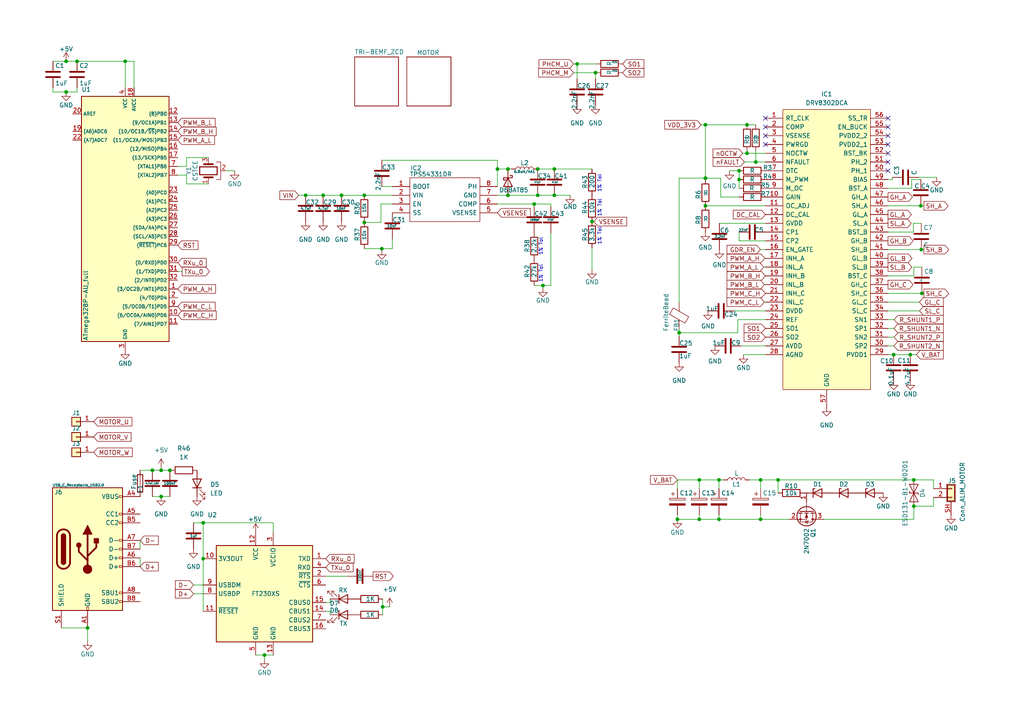
<source format=kicad_sch>
(kicad_sch (version 20230121) (generator eeschema)
  (paper "A4")
  (junction (at 196.977 96.52))
  (junction (at 214.376 49.53))
  (junction (at 202.819 139.192))
  (junction (at 204.597 51.6588))
  (junction (at 58.928 162.052))
  (junction (at 46.736 144.018))
  (junction (at 76.708 189.992))
  (junction (at 49.276 136.398))
  (junction (at 267.3858 85.09))
  (junction (at 214.376 52.07))
  (junction (at 172.72 21.082))
  (junction (at 167.386 18.542))
  (junction (at 220.599 139.192))
  (junction (at 216.662 44.45))
  (junction (at 171.704 64.262))
  (junction (at 155.956 56.642))
  (junction (at 259.207 102.87))
  (junction (at 88.646 56.642))
  (junction (at 267.208 72.39))
  (junction (at 144.272 49.022))
  (junction (at 46.736 136.398))
  (junction (at 110.744 72.136))
  (junction (at 216.662 36.195))
  (junction (at 105.664 56.642))
  (junction (at 208.534 139.192))
  (junction (at 22.352 17.78))
  (junction (at 36.322 17.78))
  (junction (at 19.177 17.78))
  (junction (at 105.664 64.516))
  (junction (at 19.177 26.67))
  (junction (at 264.033 102.87))
  (junction (at 160.782 49.022))
  (junction (at 160.782 56.642))
  (junction (at 196.469 150.622))
  (junction (at 265.049 146.812))
  (junction (at 154.94 59.182))
  (junction (at 265.049 139.192))
  (junction (at 93.726 56.642))
  (junction (at 147.32 49.022))
  (junction (at 157.48 82.804))
  (junction (at 225.679 139.192))
  (junction (at 208.534 150.622))
  (junction (at 219.2058 46.99))
  (junction (at 110.998 176.022))
  (junction (at 202.819 150.622))
  (junction (at 267.081 59.69))
  (junction (at 147.32 56.642))
  (junction (at 25.4 182.118))
  (junction (at 155.956 49.022))
  (junction (at 99.06 56.642))
  (junction (at 204.597 51.689))
  (junction (at 58.928 151.638))
  (junction (at 220.599 150.622))
  (junction (at 204.597 59.69))
  (junction (at 204.597 36.195))
  (junction (at 44.196 136.398))
  (no_connect (at 257.556 39.37))
  (no_connect (at 257.556 44.45))
  (no_connect (at 221.996 34.29))
  (no_connect (at 257.556 49.53))
  (no_connect (at 221.996 41.91))
  (no_connect (at 221.996 39.37))
  (no_connect (at 257.556 36.83))
  (no_connect (at 257.556 41.91))
  (no_connect (at 221.996 36.83))
  (no_connect (at 257.556 34.29))
  (no_connect (at 257.556 46.99))
  (wire (pts (xy 44.196 136.398) (xy 46.736 136.398)))
  (wire (pts (xy 105.664 64.516) (xy 110.49 64.516)))
  (wire (pts (xy 204.597 51.689) (xy 204.597 52.07)))
  (wire (pts (xy 22.352 26.67) (xy 19.177 26.67)))
  (wire (pts (xy 220.599 150.622) (xy 228.854 150.622)))
  (wire (pts (xy 44.196 136.398) (xy 40.64 136.398)))
  (wire (pts (xy 266.6492 87.63) (xy 257.556 87.63)))
  (wire (pts (xy 219.202 43.815) (xy 219.2058 46.99)))
  (wire (pts (xy 155.956 56.642) (xy 160.782 56.642)))
  (wire (pts (xy 165.354 56.642) (xy 160.782 56.642)))
  (wire (pts (xy 202.819 139.192) (xy 196.469 139.192)))
  (wire (pts (xy 259.2578 95.25) (xy 257.556 95.25)))
  (wire (pts (xy 208.534 141.732) (xy 208.534 139.192)))
  (wire (pts (xy 54.102 50.8) (xy 51.562 50.8)))
  (wire (pts (xy 270.764 146.812) (xy 270.764 144.272)))
  (wire (pts (xy 225.679 139.192) (xy 265.049 139.192)))
  (wire (pts (xy 155.956 49.022) (xy 160.782 49.022)))
  (wire (pts (xy 265.049 77.47) (xy 267.3858 77.47)))
  (wire (pts (xy 110.744 72.136) (xy 113.792 72.136)))
  (wire (pts (xy 95.758 174.752) (xy 94.488 174.752)))
  (wire (pts (xy 46.736 135.636) (xy 46.736 136.398)))
  (wire (pts (xy 214.376 52.07) (xy 214.376 54.61)))
  (wire (pts (xy 204.597 59.69) (xy 221.996 59.69)))
  (wire (pts (xy 154.94 59.182) (xy 159.766 59.182)))
  (wire (pts (xy 196.977 95.377) (xy 196.977 96.52)))
  (wire (pts (xy 110.744 72.136) (xy 105.664 72.136)))
  (wire (pts (xy 172.72 21.082) (xy 172.72 22.86)))
  (wire (pts (xy 68.072 49.53) (xy 65.532 49.53)))
  (wire (pts (xy 209.042 57.15) (xy 209.042 51.689)))
  (wire (pts (xy 215.011 100.33) (xy 221.996 100.33)))
  (wire (pts (xy 220.599 139.192) (xy 225.679 139.192)))
  (wire (pts (xy 257.556 85.09) (xy 267.3858 85.09)))
  (wire (pts (xy 172.212 64.262) (xy 171.704 64.262)))
  (wire (pts (xy 105.664 56.642) (xy 113.792 56.642)))
  (wire (pts (xy 203.327 36.195) (xy 204.597 36.195)))
  (wire (pts (xy 266.7 90.17) (xy 257.556 90.17)))
  (wire (pts (xy 196.977 97.536) (xy 196.977 96.52)))
  (wire (pts (xy 76.708 189.992) (xy 79.248 189.992)))
  (wire (pts (xy 204.597 36.195) (xy 216.662 36.195)))
  (wire (pts (xy 258.826 51.435) (xy 258.826 52.07)))
  (wire (pts (xy 196.469 139.192) (xy 196.469 141.732)))
  (wire (pts (xy 259.334 92.71) (xy 257.556 92.71)))
  (wire (pts (xy 213.995 96.52) (xy 213.995 92.71)))
  (wire (pts (xy 110.744 72.644) (xy 110.744 72.136)))
  (wire (pts (xy 215.9 46.99) (xy 219.2058 46.99)))
  (wire (pts (xy 86.614 56.642) (xy 88.646 56.642)))
  (wire (pts (xy 58.928 151.638) (xy 58.928 162.052)))
  (wire (pts (xy 93.726 56.642) (xy 99.06 56.642)))
  (wire (pts (xy 172.72 21.082) (xy 172.974 21.082)))
  (wire (pts (xy 58.928 151.638) (xy 79.248 151.638)))
  (wire (pts (xy 217.424 139.192) (xy 220.599 139.192)))
  (wire (pts (xy 25.4 185.928) (xy 25.4 182.118)))
  (wire (pts (xy 159.766 82.804) (xy 157.48 82.804)))
  (wire (pts (xy 88.646 56.642) (xy 93.726 56.642)))
  (wire (pts (xy 54.102 53.34) (xy 60.452 53.34)))
  (wire (pts (xy 265.049 139.192) (xy 270.764 139.192)))
  (wire (pts (xy 265.049 150.622) (xy 239.014 150.622)))
  (wire (pts (xy 264.922 67.31) (xy 257.556 67.31)))
  (wire (pts (xy 110.998 178.308) (xy 110.998 176.022)))
  (wire (pts (xy 267.208 72.39) (xy 267.97 72.39)))
  (wire (pts (xy 211.582 49.53) (xy 214.376 49.53)))
  (wire (pts (xy 264.414 52.07) (xy 267.081 52.07)))
  (wire (pts (xy 264.033 102.87) (xy 259.207 102.87)))
  (wire (pts (xy 58.928 162.052) (xy 58.928 177.292)))
  (wire (pts (xy 99.06 56.642) (xy 105.664 56.642)))
  (wire (pts (xy 259.2578 100.33) (xy 257.556 100.33)))
  (wire (pts (xy 208.534 149.352) (xy 208.534 150.622)))
  (wire (pts (xy 221.5134 77.47) (xy 221.996 77.47)))
  (wire (pts (xy 147.32 49.022) (xy 148.336 49.022)))
  (wire (pts (xy 264.922 64.77) (xy 267.208 64.77)))
  (wire (pts (xy 220.599 149.352) (xy 220.599 150.622)))
  (wire (pts (xy 259.334 97.79) (xy 257.556 97.79)))
  (wire (pts (xy 215.646 102.87) (xy 221.996 102.87)))
  (wire (pts (xy 95.758 177.292) (xy 94.488 177.292)))
  (wire (pts (xy 213.995 92.71) (xy 221.996 92.71)))
  (wire (pts (xy 258.826 52.07) (xy 257.556 52.07)))
  (wire (pts (xy 221.6912 82.55) (xy 221.996 82.55)))
  (wire (pts (xy 36.322 17.78) (xy 36.322 25.4)))
  (wire (pts (xy 110.744 54.102) (xy 113.792 54.102)))
  (wire (pts (xy 221.8182 74.93) (xy 221.996 74.93)))
  (wire (pts (xy 160.782 49.022) (xy 171.704 49.022)))
  (wire (pts (xy 196.469 149.352) (xy 196.469 150.622)))
  (wire (pts (xy 257.556 59.69) (xy 267.081 59.69)))
  (wire (pts (xy 44.196 144.018) (xy 46.736 144.018)))
  (wire (pts (xy 167.386 18.542) (xy 167.386 22.86)))
  (wire (pts (xy 265.049 146.812) (xy 265.049 150.622)))
  (wire (pts (xy 40.64 156.718) (xy 40.64 159.258)))
  (wire (pts (xy 54.102 53.34) (xy 54.102 50.8)))
  (wire (pts (xy 209.042 57.15) (xy 214.376 57.15)))
  (wire (pts (xy 147.32 56.642) (xy 155.956 56.642)))
  (wire (pts (xy 219.2058 46.99) (xy 221.996 46.99)))
  (wire (pts (xy 264.414 54.61) (xy 264.414 52.07)))
  (wire (pts (xy 79.248 151.638) (xy 79.248 154.432)))
  (wire (pts (xy 196.977 51.6588) (xy 204.597 51.6588)))
  (wire (pts (xy 46.736 144.018) (xy 49.276 144.018)))
  (wire (pts (xy 216.662 43.815) (xy 216.662 44.45)))
  (wire (pts (xy 208.661 64.77) (xy 221.996 64.77)))
  (wire (pts (xy 40.64 161.798) (xy 40.64 164.338)))
  (wire (pts (xy 15.367 26.67) (xy 15.367 25.4)))
  (wire (pts (xy 204.597 51.689) (xy 209.042 51.689)))
  (wire (pts (xy 144.272 46.482) (xy 110.744 46.482)))
  (wire (pts (xy 204.597 36.195) (xy 204.597 51.6588)))
  (wire (pts (xy 216.662 44.45) (xy 221.996 44.45)))
  (wire (pts (xy 154.94 59.182) (xy 154.94 59.944)))
  (wire (pts (xy 74.168 189.992) (xy 76.708 189.992)))
  (wire (pts (xy 95.758 177.292) (xy 95.758 178.308)))
  (wire (pts (xy 144.272 49.022) (xy 147.32 49.022)))
  (wire (pts (xy 144.272 59.182) (xy 154.94 59.182)))
  (wire (pts (xy 15.367 17.78) (xy 19.177 17.78)))
  (wire (pts (xy 216.662 36.195) (xy 219.202 36.195)))
  (wire (pts (xy 214.376 67.31) (xy 214.376 69.85)))
  (wire (pts (xy 271.653 51.435) (xy 266.446 51.435)))
  (wire (pts (xy 265.049 80.01) (xy 257.556 80.01)))
  (wire (pts (xy 202.819 141.732) (xy 202.819 139.192)))
  (wire (pts (xy 105.664 64.262) (xy 105.664 64.516)))
  (wire (pts (xy 51.562 78.74) (xy 52.832 78.74)))
  (wire (pts (xy 159.766 59.182) (xy 159.766 59.944)))
  (wire (pts (xy 49.276 136.398) (xy 49.53 136.398)))
  (wire (pts (xy 209.804 139.192) (xy 208.534 139.192)))
  (wire (pts (xy 56.134 172.212) (xy 58.928 172.212)))
  (wire (pts (xy 110.49 59.182) (xy 113.792 59.182)))
  (wire (pts (xy 267.3858 85.09) (xy 267.97 85.09)))
  (wire (pts (xy 196.977 87.757) (xy 196.977 51.6588)))
  (wire (pts (xy 202.819 150.622) (xy 208.534 150.622)))
  (wire (pts (xy 157.48 82.804) (xy 154.94 82.804)))
  (wire (pts (xy 17.78 182.118) (xy 25.4 182.118)))
  (wire (pts (xy 113.792 72.136) (xy 113.792 69.342)))
  (wire (pts (xy 264.922 67.31) (xy 264.922 64.77)))
  (wire (pts (xy 76.708 191.262) (xy 76.708 189.992)))
  (wire (pts (xy 15.367 26.67) (xy 19.177 26.67)))
  (wire (pts (xy 38.862 25.4) (xy 38.862 17.78)))
  (wire (pts (xy 265.7856 102.87) (xy 264.033 102.87)))
  (wire (pts (xy 144.272 49.022) (xy 144.272 46.482)))
  (wire (pts (xy 46.736 136.398) (xy 49.276 136.398)))
  (wire (pts (xy 110.998 176.022) (xy 110.998 173.736)))
  (wire (pts (xy 144.272 56.642) (xy 147.32 56.642)))
  (wire (pts (xy 225.679 139.192) (xy 225.679 143.002)))
  (wire (pts (xy 167.386 18.542) (xy 172.974 18.542)))
  (wire (pts (xy 171.704 78.232) (xy 171.704 71.882)))
  (wire (pts (xy 56.134 169.672) (xy 58.928 169.672)))
  (wire (pts (xy 36.322 17.78) (xy 38.862 17.78)))
  (wire (pts (xy 265.049 146.812) (xy 270.764 146.812)))
  (wire (pts (xy 202.819 149.352) (xy 202.819 150.622)))
  (wire (pts (xy 214.376 49.53) (xy 214.376 52.07)))
  (wire (pts (xy 220.5482 72.39) (xy 221.996 72.39)))
  (wire (pts (xy 267.081 59.69) (xy 267.97 59.69)))
  (wire (pts (xy 157.48 83.566) (xy 157.48 82.804)))
  (wire (pts (xy 113.03 176.022) (xy 110.998 176.022)))
  (wire (pts (xy 214.376 69.85) (xy 221.996 69.85)))
  (wire (pts (xy 166.37 21.082) (xy 172.72 21.082)))
  (wire (pts (xy 19.177 17.78) (xy 22.352 17.78)))
  (wire (pts (xy 22.352 17.78) (xy 36.322 17.78)))
  (wire (pts (xy 196.469 150.622) (xy 202.819 150.622)))
  (wire (pts (xy 270.764 141.732) (xy 270.764 139.192)))
  (wire (pts (xy 56.134 151.638) (xy 58.928 151.638)))
  (wire (pts (xy 208.534 150.622) (xy 220.599 150.622)))
  (wire (pts (xy 144.272 54.102) (xy 144.272 49.022)))
  (wire (pts (xy 259.207 102.87) (xy 257.556 102.87)))
  (wire (pts (xy 166.37 18.542) (xy 167.386 18.542)))
  (wire (pts (xy 215.392 44.45) (xy 216.662 44.45)))
  (wire (pts (xy 95.758 173.736) (xy 95.758 174.752)))
  (wire (pts (xy 54.102 45.72) (xy 54.102 48.26)))
  (wire (pts (xy 208.534 139.192) (xy 202.819 139.192)))
  (wire (pts (xy 94.488 167.132) (xy 100.584 167.132)))
  (wire (pts (xy 22.352 25.4) (xy 22.352 26.67)))
  (wire (pts (xy 265.049 80.01) (xy 265.049 77.47)))
  (wire (pts (xy 220.599 141.732) (xy 220.599 139.192)))
  (wire (pts (xy 221.6912 87.63) (xy 221.996 87.63)))
  (wire (pts (xy 204.597 51.6588) (xy 204.597 51.689)))
  (wire (pts (xy 159.766 67.564) (xy 159.766 82.804)))
  (wire (pts (xy 264.414 54.61) (xy 257.556 54.61)))
  (wire (pts (xy 196.977 96.52) (xy 213.995 96.52)))
  (wire (pts (xy 212.979 90.17) (xy 221.996 90.17)))
  (wire (pts (xy 257.556 72.39) (xy 267.208 72.39)))
  (wire (pts (xy 110.49 64.516) (xy 110.49 59.182)))
  (wire (pts (xy 54.102 48.26) (xy 51.562 48.26)))
  (wire (pts (xy 54.102 45.72) (xy 60.452 45.72)))
  (text "1% Tol" (at 174.498 55.88 90) (effects (font (size 1 1)) (justify left bottom)))
  (text "1% Tol" (at 174.498 62.992 90) (effects (font (size 1 1)) (justify left bottom)))
  (text "1% Tol" (at 174.498 71.12 90) (effects (font (size 1 1)) (justify left bottom)))
  (text "1% Tol" (at 157.48 82.042 90) (effects (font (size 1 1)) (justify left bottom)))
  (text "1% Tol" (at 157.48 74.168 90) (effects (font (size 1 1)) (justify left bottom)))
  (global_label "TXu_0" (shape output) (at 52.832 78.74 0) (property "Intersheetrefs" "${INTERSHEET_REFS}" (effects hide)))
  (global_label "SO1" (shape input) (at 180.594 18.542 0) (property "Intersheetrefs" "${INTERSHEET_REFS}" (effects hide)))
  (global_label "RST" (shape output) (at 108.204 167.132 0) (property "Intersheetrefs" "${INTERSHEET_REFS}" (effects hide)))
  (global_label "D-" (shape input) (at 40.64 156.718 0) (property "Intersheetrefs" "${INTERSHEET_REFS}" (effects hide)))
  (global_label "R_SHUNT1_P" (shape input) (at 259.334 92.71 0) (property "Intersheetrefs" "${INTERSHEET_REFS}" (effects hide)))
  (global_label "MOTOR_U" (shape input) (at 27.178 122.301 0) (property "Intersheetrefs" "${INTERSHEET_REFS}" (effects hide)))
  (global_label "GH_C" (shape output) (at 257.556 82.55 0) (property "Intersheetrefs" "${INTERSHEET_REFS}" (effects hide)))
  (global_label "SO2" (shape input) (at 180.594 21.082 0) (property "Intersheetrefs" "${INTERSHEET_REFS}" (effects hide)))
  (global_label "GH_B" (shape output) (at 257.556 69.85 0) (property "Intersheetrefs" "${INTERSHEET_REFS}" (effects hide)))
  (global_label "R_SHUNT1_N" (shape input) (at 259.2578 95.25 0) (property "Intersheetrefs" "${INTERSHEET_REFS}" (effects hide)))
  (global_label "SL_C" (shape input) (at 266.7 90.17 0) (property "Intersheetrefs" "${INTERSHEET_REFS}" (effects hide)))
  (global_label "PWM_C_H" (shape input) (at 51.562 91.44 0) (property "Intersheetrefs" "${INTERSHEET_REFS}" (effects hide)))
  (global_label "DC_CAL" (shape input) (at 221.996 62.23 180) (property "Intersheetrefs" "${INTERSHEET_REFS}" (effects hide)))
  (global_label "VSENSE" (shape input) (at 144.272 61.722 0) (property "Intersheetrefs" "${INTERSHEET_REFS}" (effects hide)))
  (global_label "PWM_C_L" (shape input) (at 51.562 88.9 0) (property "Intersheetrefs" "${INTERSHEET_REFS}" (effects hide)))
  (global_label "PWM_B_L" (shape input) (at 51.562 35.56 0) (property "Intersheetrefs" "${INTERSHEET_REFS}" (effects hide)))
  (global_label "PWM_B_L" (shape input) (at 221.6912 82.55 180) (property "Intersheetrefs" "${INTERSHEET_REFS}" (effects hide)))
  (global_label "D+" (shape input) (at 56.134 172.212 180) (property "Intersheetrefs" "${INTERSHEET_REFS}" (effects hide)))
  (global_label "GL_A" (shape output) (at 257.556 62.23 0) (property "Intersheetrefs" "${INTERSHEET_REFS}" (effects hide)))
  (global_label "VIN" (shape input) (at 86.614 56.642 180) (property "Intersheetrefs" "${INTERSHEET_REFS}" (effects hide)))
  (global_label "PWM_A_H" (shape input) (at 51.562 83.82 0) (property "Intersheetrefs" "${INTERSHEET_REFS}" (effects hide)))
  (global_label "SH_A" (shape output) (at 267.97 59.69 0) (property "Intersheetrefs" "${INTERSHEET_REFS}" (effects hide)))
  (global_label "PHCM_U" (shape input) (at 166.37 18.542 180) (property "Intersheetrefs" "${INTERSHEET_REFS}" (effects hide)))
  (global_label "PWM_B_H" (shape input) (at 221.996 80.01 180) (property "Intersheetrefs" "${INTERSHEET_REFS}" (effects hide)))
  (global_label "SL_A" (shape output) (at 257.556 64.77 0) (property "Intersheetrefs" "${INTERSHEET_REFS}" (effects hide)))
  (global_label "GL_C" (shape input) (at 266.6492 87.63 0) (property "Intersheetrefs" "${INTERSHEET_REFS}" (effects hide)))
  (global_label "VSENSE" (shape input) (at 172.212 64.262 0) (property "Intersheetrefs" "${INTERSHEET_REFS}" (effects hide)))
  (global_label "nOCTW" (shape input) (at 215.392 44.45 180) (property "Intersheetrefs" "${INTERSHEET_REFS}" (effects hide)))
  (global_label "D-" (shape input) (at 56.134 169.672 180) (property "Intersheetrefs" "${INTERSHEET_REFS}" (effects hide)))
  (global_label "R_SHUNT2_P" (shape input) (at 259.334 97.79 0) (property "Intersheetrefs" "${INTERSHEET_REFS}" (effects hide)))
  (global_label "SH_C" (shape output) (at 267.97 85.09 0) (property "Intersheetrefs" "${INTERSHEET_REFS}" (effects hide)))
  (global_label "R_SHUNT2_N" (shape input) (at 259.2578 100.33 0) (property "Intersheetrefs" "${INTERSHEET_REFS}" (effects hide)))
  (global_label "SO1" (shape input) (at 221.996 95.25 180) (property "Intersheetrefs" "${INTERSHEET_REFS}" (effects hide)))
  (global_label "MOTOR_V" (shape input) (at 27.178 126.746 0) (property "Intersheetrefs" "${INTERSHEET_REFS}" (effects hide)))
  (global_label "V_BAT" (shape input) (at 196.469 139.192 180) (property "Intersheetrefs" "${INTERSHEET_REFS}" (effects hide)))
  (global_label "PWM_C_L" (shape input) (at 221.6912 87.63 180) (property "Intersheetrefs" "${INTERSHEET_REFS}" (effects hide)))
  (global_label "SL_B" (shape output) (at 257.556 77.47 0) (property "Intersheetrefs" "${INTERSHEET_REFS}" (effects hide)))
  (global_label "RXu_0" (shape input) (at 94.488 162.052 0) (property "Intersheetrefs" "${INTERSHEET_REFS}" (effects hide)))
  (global_label "PWM_A_H" (shape input) (at 221.8182 74.93 180) (property "Intersheetrefs" "${INTERSHEET_REFS}" (effects hide)))
  (global_label "TXu_0" (shape input) (at 94.488 164.592 0) (property "Intersheetrefs" "${INTERSHEET_REFS}" (effects hide)))
  (global_label "SO2" (shape input) (at 221.996 97.79 180) (property "Intersheetrefs" "${INTERSHEET_REFS}" (effects hide)))
  (global_label "GDR_EN" (shape input) (at 220.5482 72.39 180) (property "Intersheetrefs" "${INTERSHEET_REFS}" (effects hide)))
  (global_label "SH_B" (shape output) (at 267.97 72.39 0) (property "Intersheetrefs" "${INTERSHEET_REFS}" (effects hide)))
  (global_label "RXu_0" (shape input) (at 51.562 76.2 0) (property "Intersheetrefs" "${INTERSHEET_REFS}" (effects hide)))
  (global_label "D+" (shape input) (at 40.64 164.338 0) (property "Intersheetrefs" "${INTERSHEET_REFS}" (effects hide)))
  (global_label "PWM_A_L" (shape input) (at 221.5134 77.47 180) (property "Intersheetrefs" "${INTERSHEET_REFS}" (effects hide)))
  (global_label "nFAULT" (shape input) (at 215.9 46.99 180) (property "Intersheetrefs" "${INTERSHEET_REFS}" (effects hide)))
  (global_label "PWM_A_L" (shape input) (at 51.562 40.64 0) (property "Intersheetrefs" "${INTERSHEET_REFS}" (effects hide)))
  (global_label "GL_B" (shape output) (at 257.556 74.93 0) (property "Intersheetrefs" "${INTERSHEET_REFS}" (effects hide)))
  (global_label "PWM_C_H" (shape input) (at 221.996 85.09 180) (property "Intersheetrefs" "${INTERSHEET_REFS}" (effects hide)))
  (global_label "PWM_B_H" (shape input) (at 51.562 38.1 0) (property "Intersheetrefs" "${INTERSHEET_REFS}" (effects hide)))
  (global_label "GH_A" (shape output) (at 257.556 57.15 0) (property "Intersheetrefs" "${INTERSHEET_REFS}" (effects hide)))
  (global_label "MOTOR_W" (shape input) (at 27.178 131.191 0) (property "Intersheetrefs" "${INTERSHEET_REFS}" (effects hide)))
  (global_label "RST" (shape input) (at 51.562 71.12 0) (property "Intersheetrefs" "${INTERSHEET_REFS}" (effects hide)))
  (global_label "PHCM_M" (shape input) (at 166.37 21.082 180) (property "Intersheetrefs" "${INTERSHEET_REFS}" (effects hide)))
  (global_label "VDD_3V3" (shape input) (at 203.327 36.195 180) (property "Intersheetrefs" "${INTERSHEET_REFS}" (effects hide)))
  (global_label "V_BAT" (shape input) (at 265.7856 102.87 0) (property "Intersheetrefs" "${INTERSHEET_REFS}" (effects hide)))
  (symbol (lib_id "Device:C") (at 155.956 52.832 0) (unit 1)
    (property "Reference" "C34" (at 155.956 51.054 0) (effects (justify left)))
    (property "Value" "47uF" (at 154.94 52.832 0) (effects (font (size 0.5 0.5)) (justify left)))
    (property "Footprint" "Capacitor_SMD:C_1206_3216Metric" (effects hide))
  )
  (symbol (lib_id "Device:LED") (at 99.568 173.736 0) (mirror x) (unit 1)
    (property "Reference" "D7" (at 98.298 175.006 0) (effects (justify right)))
    (property "Value" "RX" (at 100.838 171.196 0) (effects (justify right)))
    (property "Footprint" "LED_SMD:LED_1206_3216Metric_Pad1.42x1.75mm_HandSolder" (effects hide))
  )
  (symbol (lib_id "Connector_Generic:Conn_01x01") (at 22.098 122.301 0) (mirror y) (unit 1)
    (property "Reference" "J1" (at 22.098 119.761 0))
    (property "Value" "Conn_01x01" (effects hide))
    (property "Footprint" "Connector_JST:JST_ACH_BM01B-ACHSS-A-GAN-ETF_1x01-1MP_P1.20mm_Vertical" (effects hide))
  )
  (symbol (lib_id "power:GND") (at 57.15 144.018 0) (unit 1)
    (property "Reference" "#PWR038" (effects hide))
    (property "Value" "GND" (at 57.15 149.098 0))
  )
  (symbol (lib_id "Device:R") (at 154.94 78.994 180) (unit 1)
    (property "Reference" "R42" (at 152.908 80.645 90) (effects (justify right)))
    (property "Value" "27k" (at 154.94 80.518 90) (effects (justify right)))
    (property "Footprint" "Resistor_SMD:R_1206_3216Metric" (effects hide))
  )
  (symbol (lib_id "power:GND") (at 264.033 110.49 0) (unit 1)
    (property "Reference" "#PWR014" (effects hide))
    (property "Value" "GND" (at 264.033 114.3 0))
  )
  (symbol (lib_id "power:GND") (at 271.653 51.435 0) (unit 1)
    (property "Reference" "#PWR04" (effects hide))
    (property "Value" "GND" (at 271.653 55.118 0))
  )
  (symbol (lib_id "Device:R") (at 218.186 57.15 90) (unit 1)
    (property "Reference" "R7" (at 221.996 56.261 90))
    (property "Value" "R" (at 218.186 57.15 90))
    (property "Footprint" "Resistor_SMD:R_1206_3216Metric" (effects hide))
  )
  (symbol (lib_id "Device:FerriteBead") (at 196.977 91.567 0) (unit 1)
    (property "Reference" "FB1" (at 196.215 96.139 90) (effects (justify left)))
    (property "Value" "FerriteBead" (at 193.167 96.139 90) (effects (justify left)))
  )
  (symbol (lib_id "power:GND") (at 211.582 49.53 0) (unit 1)
    (property "Reference" "#PWR03" (effects hide))
    (property "Value" "GND" (at 211.582 53.975 0))
  )
  (symbol (lib_id "Device:R") (at 216.662 40.005 180) (unit 1)
    (property "Reference" "R1" (at 216.662 40.513 90))
    (property "Value" "R" (at 216.662 40.005 0))
    (property "Footprint" "Resistor_SMD:R_1206_3216Metric" (effects hide))
  )
  (symbol (lib_id "Device:C") (at 208.661 68.58 0) (unit 1)
    (property "Reference" "C6" (at 208.788 66.802 0) (effects (justify left)))
    (property "Value" "2.2nF" (at 207.264 68.58 0) (effects (font (size 0.75 0.75)) (justify left)))
    (property "Footprint" "Capacitor_SMD:C_1206_3216Metric" (effects hide))
  )
  (symbol (lib_id "power:GND") (at 25.4 185.928 0) (unit 1)
    (property "Reference" "#PWR055" (effects hide))
    (property "Value" "GND" (at 25.4 189.738 0))
  )
  (symbol (lib_id "power:GND") (at 99.06 64.262 0) (unit 1)
    (property "Reference" "#PWR029" (effects hide))
    (property "Value" "GND" (at 99.06 69.469 0))
  )
  (symbol (lib_id "Device:L") (at 152.146 49.022 90) (unit 1)
    (property "Reference" "6.8uH/4A1" (at 152.146 49.784 90) (effects (font (size 0.75 0.75))))
    (property "Value" "L2" (at 152.146 47.244 90))
    (property "Footprint" "Inductor_SMD:L_1206_3216Metric" (effects hide))
  )
  (symbol (lib_id "power:+5V") (at 74.168 154.432 0) (unit 1)
    (property "Reference" "#PWR036" (effects hide))
    (property "Value" "+5V" (at 73.914 150.622 0))
  )
  (symbol (lib_id "Dam_libkicad:TPS54331DR") (at 113.792 54.102 0) (unit 1)
    (property "Reference" "IC2" (at 120.65 48.768 0))
    (property "Value" "TPS54331DR" (at 124.968 50.546 0))
    (property "Footprint" "SOIC127P600X175-8N" (effects hide))
    (property "Datasheet" "http://www.ti.com/lit/gpn/tps54331" (effects hide))
    (property "Description" "Texas Instruments TPS54331DR, Step Down DC-DC Converter, 3A, Adjustable, 0.8  25 V, 8-Pin SOIC" (effects hide))
    (property "Height" "1.75" (effects hide))
    (property "Manufacturer_Name" "Texas Instruments" (effects hide))
    (property "Manufacturer_Part_Number" "TPS54331DR" (effects hide))
    (property "Mouser Part Number" "595-TPS54331DR" (effects hide))
    (property "Mouser Price/Stock" "https://www.mouser.co.uk/ProductDetail/Texas-Instruments/TPS54331DR?qs=QyYHynRG50rsSYcB%2Ftz4Yw%3D%3D" (effects hide))
    (property "Arrow Part Number" "TPS54331DR" (effects hide))
    (property "Arrow Price/Stock" "https://www.arrow.com/en/products/tps54331dr/texas-instruments?region=nac" (effects hide))
  )
  (symbol (lib_id "Device:C") (at 259.207 106.68 0) (unit 1)
    (property "Reference" "C10" (at 255.2446 104.6988 0) (effects (justify left)))
    (property "Value" "0.1uF" (at 258.445 111.887 90) (effects (justify left)))
    (property "Footprint" "Capacitor_SMD:C_1206_3216Metric" (effects hide))
  )
  (symbol (lib_id "Device:C") (at 167.386 26.67 0) (unit 1)
    (property "Reference" "C26" (at 167.386 24.892 0) (effects (justify left)))
    (property "Value" "2.2nF" (at 166.624 31.75 90) (effects (justify left)))
    (property "Footprint" "Capacitor_SMD:C_1206_3216Metric" (effects hide))
  )
  (symbol (lib_id "Device:R") (at 171.704 68.072 180) (unit 1)
    (property "Reference" "R45" (at 169.672 69.977 90) (effects (justify right)))
    (property "Value" "3.3k" (at 171.704 70.104 90) (effects (justify right)))
    (property "Footprint" "Resistor_SMD:R_1206_3216Metric" (effects hide))
  )
  (symbol (lib_id "Device:C_Polarized") (at 208.534 145.542 0) (unit 1)
    (property "Reference" "C14" (at 209.169 143.002 0) (effects (justify left)))
    (property "Value" "C_Polarized" (effects hide))
    (property "Footprint" "Capacitor_SMD:CP_Elec_4x3" (effects hide))
  )
  (symbol (lib_id "power:GND") (at 207.391 100.33 0) (unit 1)
    (property "Reference" "#PWR010" (effects hide))
    (property "Value" "GND" (at 207.391 104.775 0))
  )
  (symbol (lib_id "Device:R") (at 204.597 55.88 180) (unit 1)
    (property "Reference" "R6" (at 202.565 57.785 90) (effects (justify right)))
    (property "Value" "R" (at 203.962 56.007 0) (effects (justify right)))
    (property "Footprint" "Resistor_SMD:R_1206_3216Metric" (effects hide))
  )
  (symbol (lib_id "Device:C") (at 44.196 140.208 0) (unit 1)
    (property "Reference" "C45" (effects hide))
    (property "Value" "4.7uF_16V" (at 42.164 140.208 0) (effects (font (size 0.5 0.5)) (justify left)))
    (property "Footprint" "Capacitor_SMD:C_1206_3216Metric_Pad1.33x1.80mm_HandSolder" (effects hide))
  )
  (symbol (lib_id "Device:C") (at 104.394 167.132 270) (unit 1)
    (property "Reference" "C47" (effects hide))
    (property "Value" "100nF" (at 104.394 166.878 0) (effects (font (size 0.75 0.75))))
    (property "Footprint" "Capacitor_SMD:C_1206_3216Metric_Pad1.33x1.80mm_HandSolder" (effects hide))
  )
  (symbol (lib_id "power:GND") (at 239.776 118.11 0) (unit 1)
    (property "Reference" "#PWR025" (effects hide))
    (property "Value" "GND" (at 239.776 123.317 0))
  )
  (symbol (lib_id "Device:C") (at 267.208 68.58 0) (unit 1)
    (property "Reference" "C7" (at 267.843 66.04 0) (effects (justify left)))
    (property "Value" "C" (at 267.843 71.12 0) (effects (justify left)))
    (property "Footprint" "Capacitor_SMD:C_1206_3216Metric" (effects hide))
  )
  (symbol (lib_id "power:GND") (at 56.134 159.258 0) (unit 1)
    (property "Reference" "#PWR053" (effects hide))
    (property "Value" "GND" (at 56.134 164.338 0))
  )
  (symbol (lib_id "Device:C") (at 15.367 21.59 0) (unit 1)
    (property "Reference" "C1" (at 16.002 19.05 0) (effects (justify left)))
    (property "Value" "1uF" (at 16.002 24.13 0) (effects (justify left)))
    (property "Footprint" "Dam_libkicad:1206" (effects hide))
  )
  (symbol (lib_id "power:GND") (at 196.469 150.622 0) (unit 1)
    (property "Reference" "#PWR017" (effects hide))
    (property "Value" "GND" (at 196.469 154.432 0))
  )
  (symbol (lib_id "Device:Fuse") (at 40.64 140.208 0) (unit 1)
    (property "Reference" "F1" (at 40.64 143.002 90) (effects (justify left)))
    (property "Value" "Fuse" (at 38.862 141.986 90) (effects (justify left)))
    (property "Footprint" "Fuse:Fuse_1206_3216Metric_Pad1.42x1.75mm_HandSolder" (effects hide))
  )
  (symbol (lib_id "Device:C") (at 262.636 51.435 90) (unit 1)
    (property "Reference" "C3" (at 260.096 50.8 0) (effects (justify left)))
    (property "Value" "C" (at 265.176 50.8 0) (effects (justify left)))
    (property "Footprint" "Capacitor_SMD:C_1206_3216Metric" (effects hide))
  )
  (symbol (lib_id "Device:C") (at 49.276 140.208 0) (unit 1)
    (property "Reference" "C46" (effects hide))
    (property "Value" "100nF" (at 47.498 140.208 0) (effects (font (size 0.75 0.75)) (justify left)))
    (property "Footprint" "Capacitor_SMD:C_1206_3216Metric_Pad1.33x1.80mm_HandSolder" (effects hide))
  )
  (symbol (lib_id "Device:C") (at 264.033 106.68 0) (unit 1)
    (property "Reference" "C11" (at 260.2738 104.5718 0) (effects (justify left)))
    (property "Value" "4.7uF" (at 263.271 111.887 90) (effects (justify left)))
    (property "Footprint" "Capacitor_SMD:C_1206_3216Metric" (effects hide))
  )
  (symbol (lib_id "Device:R") (at 171.704 60.452 180) (unit 1)
    (property "Reference" "R44" (at 169.672 62.103 90) (effects (justify right)))
    (property "Value" "10k" (at 171.704 61.976 90) (effects (justify right)))
    (property "Footprint" "Resistor_SMD:R_1206_3216Metric" (effects hide))
  )
  (symbol (lib_id "Device:C") (at 56.134 155.448 180) (unit 1)
    (property "Reference" "C44" (effects hide))
    (property "Value" "1uF" (at 55.118 155.448 0) (effects (font (size 0.75 0.75)) (justify right)))
    (property "Footprint" "Capacitor_SMD:C_1206_3216Metric_Pad1.33x1.80mm_HandSolder" (effects hide))
  )
  (symbol (lib_id "Device:C") (at 154.94 63.754 0) (unit 1)
    (property "Reference" "C42" (at 154.94 61.976 0) (effects (justify left)))
    (property "Value" "1000pF" (at 153.67 63.754 0) (effects (font (size 0.5 0.5)) (justify left)))
    (property "Footprint" "Capacitor_SMD:C_1206_3216Metric" (effects hide))
  )
  (symbol (lib_id "power:GND") (at 165.354 56.642 0) (unit 1)
    (property "Reference" "#PWR032" (effects hide))
    (property "Value" "GND" (at 165.354 59.944 0))
  )
  (symbol (lib_id "power:GND") (at 256.159 143.002 0) (unit 1)
    (property "Reference" "#PWR015" (effects hide))
    (property "Value" "GND" (at 256.159 146.812 0))
  )
  (symbol (lib_id "Device:R") (at 171.704 52.832 180) (unit 1)
    (property "Reference" "R43" (at 169.672 54.737 90) (effects (justify right)))
    (property "Value" "200" (at 171.704 54.61 90) (effects (justify right)))
    (property "Footprint" "Resistor_SMD:R_1206_3216Metric" (effects hide))
  )
  (symbol (lib_id "power:GND") (at 68.072 49.53 0) (unit 1)
    (property "Reference" "#PWR05" (effects hide))
    (property "Value" "GND" (at 68.072 53.34 0))
  )
  (symbol (lib_id "Device:R") (at 176.784 18.542 270) (unit 1)
    (property "Reference" "R25" (at 179.07 18.034 90) (effects (font (size 0.5 0.5)) (justify right)))
    (property "Value" "R" (at 176.784 19.177 0) (effects (justify right)))
    (property "Footprint" "Resistor_SMD:R_1206_3216Metric" (effects hide))
  )
  (symbol (lib_id "Device:C") (at 218.186 67.31 270) (unit 1)
    (property "Reference" "C5" (at 218.821 66.675 90) (effects (justify left)))
    (property "Value" "22nF" (at 214.1982 66.7258 90) (effects (font (size 0.75 0.75)) (justify left)))
    (property "Footprint" "Capacitor_SMD:C_1206_3216Metric" (effects hide))
  )
  (symbol (lib_id "Transistor_FET:2N7002") (at 233.934 148.082 270) (unit 1)
    (property "Reference" "Q1" (at 235.839 153.162 0) (effects (justify left)))
    (property "Value" "2N7002" (at 233.934 153.162 0) (effects (justify left)))
    (property "Footprint" "Package_TO_SOT_SMD:SOT-23" (effects hide))
    (property "Datasheet" "https://www.onsemi.com/pub/Collateral/NDS7002A-D.PDF" (effects hide))
  )
  (symbol (lib_id "power:GND") (at 215.646 102.87 0) (unit 1)
    (property "Reference" "#PWR011" (effects hide))
    (property "Value" "GND" (at 215.646 106.68 0))
  )
  (symbol (lib_id "Connector:USB_C_Receptacle_USB2.0") (at 25.4 159.258 0) (unit 1)
    (property "Reference" "J6" (at 15.748 142.748 0) (effects (justify left)))
    (property "Value" "USB_C_Receptacle_USB2.0" (at 30.226 140.716 0) (effects (font (size 0.75 0.75)) (justify right)))
    (property "Footprint" "Connector_USB:USB_C_Receptacle_GCT_USB4105-xx-A_16P_TopMnt_Horizontal" (effects hide))
    (property "Datasheet" "https://www.usb.org/sites/default/files/documents/usb_type-c.zip" (effects hide))
  )
  (symbol (lib_id "Device:C_Polarized") (at 196.469 145.542 0) (unit 1)
    (property "Reference" "C12" (at 197.104 143.002 0) (effects (justify left)))
    (property "Value" "C_Polarized" (effects hide))
    (property "Footprint" "Capacitor_SMD:CP_Elec_4x3" (effects hide))
  )
  (symbol (lib_id "Dam_libkicad:DRV8302DCA") (at 221.996 34.29 0) (unit 1)
    (property "Reference" "IC1" (at 239.776 27.305 0))
    (property "Value" "DRV8302DCA" (at 239.776 29.845 0))
    (property "Footprint" "Dam_libkicad:SOP50P810X120-57N" (effects hide))
    (property "Datasheet" "http://www.ti.com/lit/ds/symlink/drv8302.pdf" (effects hide))
    (property "Description" "3-Phase Brushless Motor Pre-Driver DRV8302DCA, Motor Driver, 3-Phase Motor Driver, 200kHz 8 ??? 60 V, 56-Pin HTSSOP" (effects hide))
    (property "Height" "1.2" (effects hide))
    (property "Mouser Part Number" "595-DRV8302DCA" (effects hide))
    (property "Mouser Price/Stock" "https://www.mouser.co.uk/ProductDetail/Texas-Instruments/DRV8302DCA?qs=UMk2QrKu%2FwwgoG3aN39ZGg%3D%3D" (effects hide))
    (property "Manufacturer_Name" "Texas Instruments" (effects hide))
    (property "Manufacturer_Part_Number" "DRV8302DCA" (effects hide))
  )
  (symbol (lib_id "power:GND") (at 196.977 105.156 0) (unit 1)
    (property "Reference" "#PWR022" (effects hide))
    (property "Value" "GND" (at 196.977 110.363 0))
  )
  (symbol (lib_id "Device:Crystal_GND2") (at 60.452 49.53 90) (unit 1)
    (property "Reference" "Y1" (at 54.737 49.53 0))
    (property "Value" "CSTCE" (at 56.642 49.53 0))
    (property "Footprint" "Dam_libkicad:osc_CSTCE" (effects hide))
  )
  (symbol (lib_id "power:GND") (at 88.646 64.262 0) (unit 1)
    (property "Reference" "#PWR031" (effects hide))
    (property "Value" "GND" (at 88.646 69.469 0))
  )
  (symbol (lib_id "Diode:ZMMxx") (at 244.729 143.002 0) (unit 1)
    (property "Reference" "D2" (at 244.729 140.462 0))
    (property "Value" "ZMMxx" (effects hide))
    (property "Footprint" "Diode_SMD:D_MiniMELF" (effects hide))
    (property "Datasheet" "https://diotec.com/tl_files/diotec/files/pdf/datasheets/zmm1.pdf" (effects hide))
  )
  (symbol (lib_id "Device:C") (at 196.977 101.346 0) (unit 1)
    (property "Reference" "C25" (at 196.977 99.568 0) (effects (justify left)))
    (property "Value" "1uF" (at 196.977 103.251 0) (effects (justify left)))
    (property "Footprint" "Capacitor_SMD:C_1206_3216Metric" (effects hide))
  )
  (symbol (lib_id "Connector_Generic:Conn_01x01") (at 22.098 131.191 0) (mirror y) (unit 1)
    (property "Reference" "J3" (at 22.098 128.651 0))
    (property "Value" "Conn_01x01" (effects hide))
    (property "Footprint" "Connector_JST:JST_ACH_BM01B-ACHSS-A-GAN-ETF_1x01-1MP_P1.20mm_Vertical" (effects hide))
  )
  (symbol (lib_id "Device:C") (at 159.766 63.754 0) (unit 1)
    (property "Reference" "C43" (at 159.766 61.976 0) (effects (justify left)))
    (property "Value" "47pF" (at 158.75 63.754 0) (effects (font (size 0.5 0.5)) (justify left)))
    (property "Footprint" "Capacitor_SMD:C_1206_3216Metric" (effects hide))
  )
  (symbol (lib_id "Device:C") (at 267.081 55.88 0) (unit 1)
    (property "Reference" "C4" (at 267.081 53.975 0) (effects (justify left)))
    (property "Value" "C" (at 265.176 53.975 0) (effects (justify left)))
    (property "Footprint" "Capacitor_SMD:C_1206_3216Metric" (effects hide))
  )
  (symbol (lib_id "Device:C") (at 99.06 60.452 0) (unit 1)
    (property "Reference" "C30" (at 99.06 58.674 0) (effects (justify left)))
    (property "Value" "10nF" (at 97.536 60.452 0) (effects (font (size 0.75 0.75)) (justify left)))
    (property "Footprint" "Capacitor_SMD:C_1206_3216Metric" (effects hide))
  )
  (symbol (lib_id "Diode:ZMMxx") (at 252.349 143.002 0) (unit 1)
    (property "Reference" "D3" (at 252.349 140.462 0))
    (property "Value" "ZMMxx" (effects hide))
    (property "Footprint" "Diode_SMD:D_MiniMELF" (effects hide))
    (property "Datasheet" "https://diotec.com/tl_files/diotec/files/pdf/datasheets/zmm1.pdf" (effects hide))
  )
  (symbol (lib_id "Device:C_Polarized") (at 220.599 145.542 0) (unit 1)
    (property "Reference" "C15" (at 221.234 143.002 0) (effects (justify left)))
    (property "Value" "C_Polarized" (effects hide))
    (property "Footprint" "Capacitor_SMD:CP_Elec_4x3" (effects hide))
  )
  (symbol (lib_id "Device:R") (at 107.188 173.736 90) (unit 1)
    (property "Reference" "R47" (effects hide))
    (property "Value" "1K" (at 107.442 173.736 90))
    (property "Footprint" "Resistor_SMD:R_1206_3216Metric_Pad1.30x1.75mm_HandSolder" (effects hide))
  )
  (symbol (lib_id "power:+5V") (at 19.177 17.78 0) (unit 1)
    (property "Reference" "#PWR01" (effects hide))
    (property "Value" "+5V" (at 19.177 14.224 0))
  )
  (symbol (lib_id "Interface_USB:FT230XS") (at 76.708 172.212 0) (unit 1)
    (property "Reference" "U2" (at 60.198 149.352 0) (effects (justify left)))
    (property "Value" "FT230XS" (at 72.898 172.212 0) (effects (justify left)))
    (property "Footprint" "Package_SO:SSOP-16_5.3x6.2mm_P0.65mm" (effects hide))
    (property "Datasheet" "https://www.ftdichip.com/Support/Documents/DataSheets/ICs/DS_FT230X.pdf" (effects hide))
  )
  (symbol (lib_id "Device:C") (at 113.792 65.532 0) (unit 1)
    (property "Reference" "C31" (at 113.792 63.754 0) (effects (justify left)))
    (property "Value" "10nF" (at 112.268 65.532 0) (effects (font (size 0.75 0.75)) (justify left)))
    (property "Footprint" "Capacitor_SMD:C_1206_3216Metric" (effects hide))
  )
  (symbol (lib_id "Connector_Generic:Conn_01x01") (at 22.098 126.746 0) (mirror y) (unit 1)
    (property "Reference" "J2" (at 22.098 124.206 0))
    (property "Value" "Conn_01x01" (effects hide))
    (property "Footprint" "Connector_JST:JST_ACH_BM01B-ACHSS-A-GAN-ETF_1x01-1MP_P1.20mm_Vertical" (effects hide))
  )
  (symbol (lib_id "Device:R") (at 176.784 21.082 270) (unit 1)
    (property "Reference" "R26" (at 179.07 20.574 90) (effects (font (size 0.5 0.5)) (justify right)))
    (property "Value" "R" (at 176.784 21.717 0) (effects (justify right)))
    (property "Footprint" "Resistor_SMD:R_1206_3216Metric" (effects hide))
  )
  (symbol (lib_id "Device:R") (at 107.188 178.308 270) (unit 1)
    (property "Reference" "R48" (effects hide))
    (property "Value" "1K" (at 107.442 178.308 90))
    (property "Footprint" "Resistor_SMD:R_1206_3216Metric_Pad1.30x1.75mm_HandSolder" (effects hide))
  )
  (symbol (lib_id "power:GND") (at 167.386 30.48 0) (unit 1)
    (property "Reference" "#PWR024" (effects hide))
    (property "Value" "GND" (at 167.386 35.687 0))
  )
  (symbol (lib_id "Device:R") (at 218.186 52.07 90) (unit 1)
    (property "Reference" "R4" (at 222.631 51.181 90))
    (property "Value" "R" (at 218.186 52.07 90))
    (property "Footprint" "Resistor_SMD:R_1206_3216Metric" (effects hide))
  )
  (symbol (lib_id "Device:C") (at 211.201 100.33 270) (unit 1)
    (property "Reference" "C9" (at 212.09 99.441 90) (effects (justify left)))
    (property "Value" "1uF" (at 206.629 99.441 90) (effects (justify left)))
    (property "Footprint" "Capacitor_SMD:C_1206_3216Metric" (effects hide))
  )
  (symbol (lib_id "power:GND") (at 93.726 64.262 0) (unit 1)
    (property "Reference" "#PWR028" (effects hide))
    (property "Value" "GND" (at 93.726 69.469 0))
  )
  (symbol (lib_id "Device:LED") (at 57.15 140.208 90) (unit 1)
    (property "Reference" "D5" (at 60.96 140.5255 90) (effects (justify right)))
    (property "Value" "LED" (at 60.96 143.0655 90) (effects (justify right)))
    (property "Footprint" "LED_SMD:LED_1206_3216Metric_Pad1.42x1.75mm_HandSolder" (effects hide))
  )
  (symbol (lib_id "Device:C_Polarized") (at 202.819 145.542 0) (unit 1)
    (property "Reference" "C13" (at 203.454 143.002 0) (effects (justify left)))
    (property "Value" "C_Polarized" (effects hide))
    (property "Footprint" "Capacitor_SMD:CP_Elec_4x3" (effects hide))
  )
  (symbol (lib_id "Device:C") (at 110.744 50.292 0) (unit 1)
    (property "Reference" "C33" (at 110.744 48.514 0) (effects (justify left)))
    (property "Value" "2.2nF" (at 109.728 55.372 90) (effects (justify left)))
    (property "Footprint" "Capacitor_SMD:C_1206_3216Metric" (effects hide))
  )
  (symbol (lib_id "Diode:BAT85") (at 147.32 52.832 270) (unit 1)
    (property "Reference" "D6" (at 144.78 55.118 90) (effects (justify left)))
    (property "Value" "BAT85" (at 147.32 55.118 90) (effects (justify left)))
    (property "Footprint" "Diode_THT:D_DO-35_SOD27_P7.62mm_Horizontal" (effects hide))
    (property "Datasheet" "https://assets.nexperia.com/documents/data-sheet/BAT85.pdf" (effects hide))
  )
  (symbol (lib_id "Connector_Generic_Shielded:Conn_01x02_Shielded") (at 275.844 141.732 0) (unit 1)
    (property "Reference" "J5" (at 276.098 139.446 0))
    (property "Value" "Conn_ALIM_MOTOR" (at 279.146 151.384 90) (effects (justify left)))
  )
  (symbol (lib_id "power:GND") (at 259.207 110.49 0) (unit 1)
    (property "Reference" "#PWR013" (effects hide))
    (property "Value" "GND" (at 259.207 114.3 0))
  )
  (symbol (lib_id "Diode:ZMMxx") (at 237.109 143.002 0) (unit 1)
    (property "Reference" "D1" (at 237.109 140.462 0))
    (property "Value" "ZMMxx" (effects hide))
    (property "Footprint" "Diode_SMD:D_MiniMELF" (effects hide))
    (property "Datasheet" "https://diotec.com/tl_files/diotec/files/pdf/datasheets/zmm1.pdf" (effects hide))
  )
  (symbol (lib_id "power:GND") (at 46.736 144.018 0) (unit 1)
    (property "Reference" "#PWR037" (effects hide))
    (property "Value" "GND" (at 46.736 149.098 0))
  )
  (symbol (lib_id "Device:C") (at 160.782 52.832 0) (unit 1)
    (property "Reference" "C41" (at 160.782 51.054 0) (effects (justify left)))
    (property "Value" "47uF" (at 160.02 52.832 0) (effects (font (size 0.5 0.5)) (justify left)))
    (property "Footprint" "Capacitor_SMD:C_1206_3216Metric" (effects hide))
  )
  (symbol (lib_id "Device:L") (at 213.614 139.192 90) (unit 1)
    (property "Reference" "L1" (at 213.614 140.462 90))
    (property "Value" "L" (at 213.614 137.287 90))
    (property "Footprint" "Inductor_SMD:L_1206_3216Metric" (effects hide))
  )
  (symbol (lib_id "power:GND") (at 76.708 191.262 0) (unit 1)
    (property "Reference" "#PWR054" (effects hide))
    (property "Value" "GND" (at 76.708 195.072 0))
  )
  (symbol (lib_id "power:GND") (at 208.661 72.39 0) (unit 1)
    (property "Reference" "#PWR09" (effects hide))
    (property "Value" "GND" (at 208.661 76.835 0))
  )
  (symbol (lib_id "power:+5V") (at 113.03 176.022 0) (unit 1)
    (property "Reference" "#PWR039" (effects hide))
    (property "Value" "+5V" (at 113.03 170.942 0))
  )
  (symbol (lib_id "power:GND") (at 275.844 149.352 0) (unit 1)
    (property "Reference" "#PWR016" (effects hide))
    (property "Value" "GND" (at 275.844 153.162 0))
  )
  (symbol (lib_id "Device:C") (at 172.72 26.67 0) (unit 1)
    (property "Reference" "C27" (at 172.72 24.892 0) (effects (justify left)))
    (property "Value" "2.2nF" (at 171.704 31.75 90) (effects (justify left)))
    (property "Footprint" "Capacitor_SMD:C_1206_3216Metric" (effects hide))
  )
  (symbol (lib_id "Device:R") (at 105.664 60.452 180) (unit 1)
    (property "Reference" "R36" (at 103.632 62.357 90) (effects (justify right)))
    (property "Value" "15k" (at 105.664 61.722 90) (effects (font (size 1 1)) (justify right)))
    (property "Footprint" "Resistor_SMD:R_1206_3216Metric" (effects hide))
  )
  (symbol (lib_id "power:GND") (at 19.177 26.67 0) (unit 1)
    (property "Reference" "#PWR02" (effects hide))
    (property "Value" "GND" (at 19.177 30.48 0))
  )
  (symbol (lib_id "Device:R") (at 218.186 49.53 90) (unit 1)
    (property "Reference" "R3" (at 222.631 48.641 90))
    (property "Value" "R" (at 218.186 49.53 90))
    (property "Footprint" "Resistor_SMD:R_1206_3216Metric" (effects hide))
  )
  (symbol (lib_id "Device:R") (at 218.186 54.61 90) (unit 1)
    (property "Reference" "R5" (at 221.996 53.721 90))
    (property "Value" "R" (at 218.059 54.61 90))
    (property "Footprint" "Resistor_SMD:R_1206_3216Metric" (effects hide))
  )
  (symbol (lib_id "Device:C") (at 93.726 60.452 0) (unit 1)
    (property "Reference" "C29" (at 93.726 58.674 0) (effects (justify left)))
    (property "Value" "4.7uF" (at 92.202 60.452 0) (effects (font (size 0.75 0.75)) (justify left)))
    (property "Footprint" "Capacitor_SMD:C_1206_3216Metric" (effects hide))
  )
  (symbol (lib_id "Device:C") (at 88.646 60.452 0) (unit 1)
    (property "Reference" "C32" (at 88.646 58.674 0) (effects (justify left)))
    (property "Value" "4.7uF" (at 87.122 60.452 0) (effects (font (size 0.75 0.75)) (justify left)))
    (property "Footprint" "Capacitor_SMD:C_1206_3216Metric" (effects hide))
  )
  (symbol (lib_id "Device:C") (at 267.3858 81.28 0) (unit 1)
    (property "Reference" "C8" (at 268.0208 78.74 0) (effects (justify left)))
    (property "Value" "C" (at 266.954 81.28 0) (effects (font (size 0.5 0.5)) (justify left)))
    (property "Footprint" "Capacitor_SMD:C_1206_3216Metric" (effects hide))
  )
  (symbol (lib_id "power:GND") (at 171.704 78.232 0) (unit 1)
    (property "Reference" "#PWR034" (effects hide))
    (property "Value" "GND" (at 171.704 81.788 0))
  )
  (symbol (lib_id "power:GND") (at 36.322 101.6 0) (unit 1)
    (property "Reference" "#PWR012" (effects hide))
    (property "Value" "GND" (at 36.322 105.41 0))
  )
  (symbol (lib_id "Device:R") (at 219.202 40.005 180) (unit 1)
    (property "Reference" "R2" (at 219.329 40.513 90))
    (property "Value" "R" (at 219.202 40.005 0))
    (property "Footprint" "Resistor_SMD:R_1206_3216Metric" (effects hide))
  )
  (symbol (lib_id "power:GND") (at 157.48 83.566 0) (unit 1)
    (property "Reference" "#PWR033" (effects hide))
    (property "Value" "GND" (at 157.48 87.122 0))
  )
  (symbol (lib_id "power:GND") (at 172.72 30.48 0) (unit 1)
    (property "Reference" "#PWR023" (effects hide))
    (property "Value" "GND" (at 172.72 35.687 0))
  )
  (symbol (lib_id "Dam_libkicad:ATmega328P-AU_full") (at 36.322 63.5 0) (unit 1)
    (property "Reference" "U1" (at 23.622 26.67 0) (effects (justify left bottom)))
    (property "Value" "ATmega328P-AU_full" (at 24.13 98.806 90) (effects (justify left top)))
    (property "Footprint" "Dam_libkicad:TQFP32m" (effects hide))
    (property "Datasheet" "http://ww1.microchip.com/downloads/en/DeviceDoc/Atmel-8025-8-bit-AVR-Microcontroller-ATmega48P-88P-168P_Datasheet.pdf" (effects hide))
  )
  (symbol (lib_id "power:GND") (at 204.597 67.31 0) (unit 1)
    (property "Reference" "#PWR08" (effects hide))
    (property "Value" "GND" (at 204.597 71.755 0))
  )
  (symbol (lib_id "Device:R") (at 154.94 71.374 180) (unit 1)
    (property "Reference" "R38" (at 152.908 73.279 90) (effects (justify right)))
    (property "Value" "2.2k" (at 154.94 73.406 90) (effects (justify right)))
    (property "Footprint" "Resistor_SMD:R_1206_3216Metric" (effects hide))
  )
  (symbol (lib_id "Device:R") (at 53.34 136.398 270) (unit 1)
    (property "Reference" "R46" (at 53.34 130.048 90))
    (property "Value" "1K" (at 53.34 132.588 90))
    (property "Footprint" "Resistor_SMD:R_1206_3216Metric_Pad1.30x1.75mm_HandSolder" (effects hide))
  )
  (symbol (lib_id "Device:R") (at 229.489 143.002 90) (unit 1)
    (property "Reference" "R10" (at 229.489 140.97 90))
    (property "Value" "10k" (at 229.489 143.002 90))
    (property "Footprint" "Resistor_SMD:R_1206_3216Metric" (effects hide))
  )
  (symbol (lib_id "Device:R") (at 105.664 68.326 180) (unit 1)
    (property "Reference" "R37" (at 103.632 69.977 90) (effects (justify right)))
    (property "Value" "10k" (at 105.664 69.596 90) (effects (font (size 1 1)) (justify right)))
    (property "Footprint" "Resistor_SMD:R_1206_3216Metric" (effects hide))
  )
  (symbol (lib_id "power:GND") (at 110.744 72.644 0) (unit 1)
    (property "Reference" "#PWR030" (effects hide))
    (property "Value" "GND" (at 110.744 76.2 0))
  )
  (symbol (lib_id "Device:LED") (at 99.568 178.308 0) (unit 1)
    (property "Reference" "D8" (at 98.298 177.038 0) (effects (justify right)))
    (property "Value" "TX" (at 100.838 180.848 0) (effects (justify right)))
    (property "Footprint" "LED_SMD:LED_1206_3216Metric_Pad1.42x1.75mm_HandSolder" (effects hide))
  )
  (symbol (lib_id "Device:R") (at 204.597 63.5 180) (unit 1)
    (property "Reference" "R8" (at 202.565 65.151 90) (effects (justify right)))
    (property "Value" "R" (at 203.962 63.5 0) (effects (justify right)))
    (property "Footprint" "Resistor_SMD:R_1206_3216Metric" (effects hide))
  )
  (symbol (lib_id "power:+5V") (at 46.736 135.636 0) (unit 1)
    (property "Reference" "#PWR035" (effects hide))
    (property "Value" "+5V" (at 46.736 130.556 0))
  )
  (symbol (lib_id "Diode:ESD131-B1-W0201") (at 265.049 143.002 270) (unit 1)
    (property "Reference" "D4" (at 267.589 143.002 0))
    (property "Value" "ESD131-B1-W0201" (at 262.509 143.002 0))
    (property "Footprint" "Diode_SMD:Infineon_SG-WLL-2-3_0.58x0.28_P0.36mm" (effects hide))
    (property "Datasheet" "https://www.infineon.com/dgdl/Infineon-ESD131-B1-W0201-DataSheet-v02_00-EN.pdf?fileId=5546d4625cc9456a015ce94850964889" (effects hide))
  )
  (symbol (lib_id "Device:C") (at 209.169 90.17 270) (unit 1)
    (property "Reference" "C24" (at 210.058 91.186 90) (effects (justify left)))
    (property "Value" "1uF" (at 204.724 89.535 90) (effects (justify left)))
    (property "Footprint" "Capacitor_SMD:C_1206_3216Metric" (effects hide))
  )
  (symbol (lib_id "Device:C") (at 22.352 21.59 0) (unit 1)
    (property "Reference" "C2" (at 22.987 19.05 0) (effects (justify left)))
    (property "Value" "1uF" (at 22.987 24.13 0) (effects (justify left)))
    (property "Footprint" "Dam_libkicad:1206" (effects hide))
  )
  (symbol (lib_id "power:GND") (at 205.359 90.17 0) (unit 1)
    (property "Reference" "#PWR021" (effects hide))
    (property "Value" "GND" (at 205.359 94.615 0))
  )
  (sheet (at 102.87 16.51) (size 12.7 14.224) (stroke (width 0.1524))
    (property "Sheetname" "TRI-BEMF_ZCD" (at 102.87 15.7984 0) (effects (justify left bottom)))
    (property "Sheetfile" "TRI-BEMF_ZCD.kicad_sch" (effects hide))
  )
  (sheet (at 117.983 16.51) (size 12.827 14.224) (stroke (width 0.1524))
    (property "Sheetname" "MOTOR" (at 120.904 16.002 0) (effects (justify left bottom)))
    (property "Sheetfile" "untitled.kicad_sch" (effects hide))
  )
)
</source>
